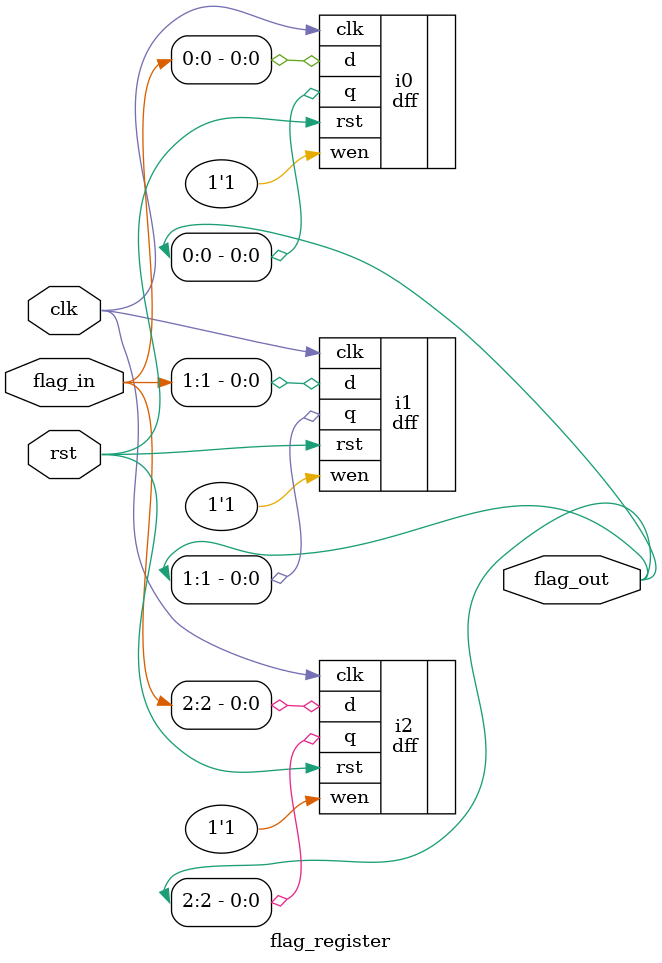
<source format=v>
module flag_register(clk, rst, flag_in, flag_out);

input clk, rst;
input [2:0] flag_in;
output [2:0] flag_out;

// always write enable
dff i0(.q(flag_out[0]), .d(flag_in[0]), .wen(1'b1), .clk(clk), .rst(rst));
dff i1(.q(flag_out[1]), .d(flag_in[1]), .wen(1'b1), .clk(clk), .rst(rst));
dff i2(.q(flag_out[2]), .d(flag_in[2]), .wen(1'b1), .clk(clk), .rst(rst));

endmodule

	
</source>
